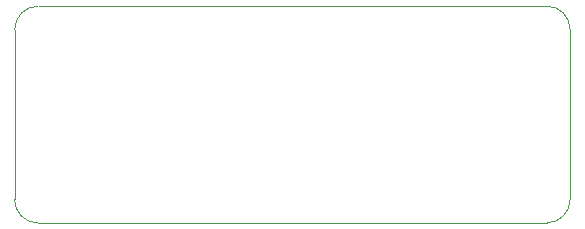
<source format=gbr>
%TF.GenerationSoftware,KiCad,Pcbnew,6.0.4*%
%TF.CreationDate,2022-07-04T15:33:55+01:00*%
%TF.ProjectId,bob,626f622e-6b69-4636-9164-5f7063625858,rev?*%
%TF.SameCoordinates,Original*%
%TF.FileFunction,Profile,NP*%
%FSLAX46Y46*%
G04 Gerber Fmt 4.6, Leading zero omitted, Abs format (unit mm)*
G04 Created by KiCad (PCBNEW 6.0.4) date 2022-07-04 15:33:55*
%MOMM*%
%LPD*%
G01*
G04 APERTURE LIST*
%TA.AperFunction,Profile*%
%ADD10C,0.100000*%
%TD*%
G04 APERTURE END LIST*
D10*
X18300000Y-32680000D02*
X18314214Y-18314214D01*
X63349164Y-34680000D02*
X20300000Y-34680000D01*
X65349164Y-18314214D02*
X65349164Y-32680000D01*
X20349164Y-16314214D02*
X63349164Y-16314214D01*
X20314214Y-16314214D02*
G75*
G03*
X18314214Y-18314214I-1J-1999999D01*
G01*
X18300000Y-32680000D02*
G75*
G03*
X20300000Y-34680000I1999999J-1D01*
G01*
X63349164Y-34680000D02*
G75*
G03*
X65349164Y-32680000I1J1999999D01*
G01*
X65349164Y-18314214D02*
G75*
G03*
X63349164Y-16314214I-2000000J0D01*
G01*
M02*

</source>
